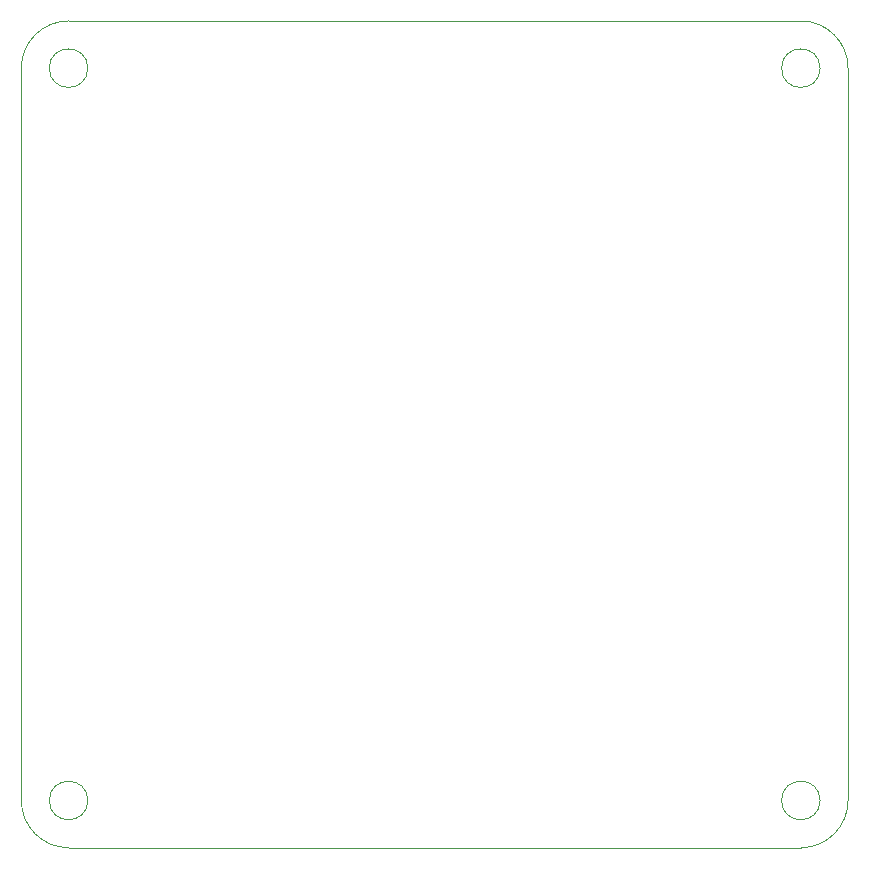
<source format=gm1>
G04 #@! TF.FileFunction,Profile,NP*
%FSLAX46Y46*%
G04 Gerber Fmt 4.6, Leading zero omitted, Abs format (unit mm)*
G04 Created by KiCad (PCBNEW 4.0.7-e2-6376~58~ubuntu16.04.1) date Sat Mar 31 11:21:19 2018*
%MOMM*%
%LPD*%
G01*
G04 APERTURE LIST*
%ADD10C,0.100000*%
G04 APERTURE END LIST*
D10*
X144133000Y-149808000D02*
G75*
G02X140133000Y-145808000I0J4000000D01*
G01*
X145764950Y-145808000D02*
G75*
G03X145764950Y-145808000I-1631950J0D01*
G01*
X206133000Y-79808000D02*
G75*
G02X210133000Y-83808000I0J-4000000D01*
G01*
X207764950Y-83808000D02*
G75*
G03X207764950Y-83808000I-1631950J0D01*
G01*
X210133000Y-145808000D02*
G75*
G02X206133000Y-149808000I-4000000J0D01*
G01*
X207764950Y-145808000D02*
G75*
G03X207764950Y-145808000I-1631950J0D01*
G01*
X140133000Y-83808000D02*
G75*
G02X144133000Y-79808000I4000000J0D01*
G01*
X145764950Y-83808000D02*
G75*
G03X145764950Y-83808000I-1631950J0D01*
G01*
X206133000Y-149808000D02*
X144133000Y-149808000D01*
X140133000Y-83808000D02*
X140133000Y-145808000D01*
X206133000Y-79808000D02*
X144133000Y-79808000D01*
X210133000Y-83808000D02*
X210133000Y-145808000D01*
M02*

</source>
